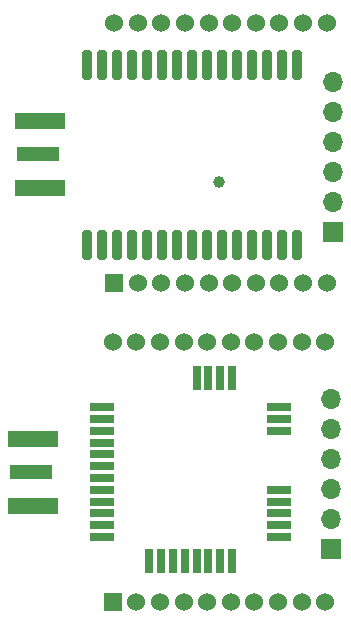
<source format=gbr>
%TF.GenerationSoftware,KiCad,Pcbnew,8.0.2*%
%TF.CreationDate,2025-09-09T09:28:48+02:00*%
%TF.ProjectId,e77,6537372e-6b69-4636-9164-5f7063625858,rev?*%
%TF.SameCoordinates,Original*%
%TF.FileFunction,Soldermask,Bot*%
%TF.FilePolarity,Negative*%
%FSLAX46Y46*%
G04 Gerber Fmt 4.6, Leading zero omitted, Abs format (unit mm)*
G04 Created by KiCad (PCBNEW 8.0.2) date 2025-09-09 09:28:48*
%MOMM*%
%LPD*%
G01*
G04 APERTURE LIST*
G04 Aperture macros list*
%AMRoundRect*
0 Rectangle with rounded corners*
0 $1 Rounding radius*
0 $2 $3 $4 $5 $6 $7 $8 $9 X,Y pos of 4 corners*
0 Add a 4 corners polygon primitive as box body*
4,1,4,$2,$3,$4,$5,$6,$7,$8,$9,$2,$3,0*
0 Add four circle primitives for the rounded corners*
1,1,$1+$1,$2,$3*
1,1,$1+$1,$4,$5*
1,1,$1+$1,$6,$7*
1,1,$1+$1,$8,$9*
0 Add four rect primitives between the rounded corners*
20,1,$1+$1,$2,$3,$4,$5,0*
20,1,$1+$1,$4,$5,$6,$7,0*
20,1,$1+$1,$6,$7,$8,$9,0*
20,1,$1+$1,$8,$9,$2,$3,0*%
G04 Aperture macros list end*
%ADD10R,1.700000X1.700000*%
%ADD11O,1.700000X1.700000*%
%ADD12R,1.524000X1.524000*%
%ADD13C,1.524000*%
%ADD14R,2.000000X0.700000*%
%ADD15R,0.700000X2.000000*%
%ADD16R,3.600000X1.270000*%
%ADD17R,4.200000X1.350000*%
%ADD18C,1.000000*%
%ADD19RoundRect,0.200000X0.200000X-1.050000X0.200000X1.050000X-0.200000X1.050000X-0.200000X-1.050000X0*%
G04 APERTURE END LIST*
D10*
%TO.C,J2*%
X134064000Y-85150200D03*
D11*
X134064000Y-82610200D03*
X134064000Y-80070200D03*
X134064000Y-77530200D03*
X134064000Y-74990200D03*
X134064000Y-72450200D03*
%TD*%
D12*
%TO.C,U2*%
X115400000Y-116500000D03*
D13*
X117400000Y-116500000D03*
X119400000Y-116500000D03*
X121400000Y-116500000D03*
X123400000Y-116500000D03*
X125400000Y-116500000D03*
X127400000Y-116500000D03*
X129400000Y-116500000D03*
X131400000Y-116500000D03*
X133400000Y-116500000D03*
X133400000Y-94500000D03*
X131400000Y-94500000D03*
X129400000Y-94500000D03*
X127400000Y-94500000D03*
X125400000Y-94500000D03*
X123400000Y-94500000D03*
X121400000Y-94500000D03*
X119400000Y-94500000D03*
X117400000Y-94500000D03*
X115400000Y-94500000D03*
%TD*%
D12*
%TO.C,U1*%
X115511600Y-89511600D03*
D13*
X117511600Y-89511600D03*
X119511600Y-89511600D03*
X121511600Y-89511600D03*
X123511600Y-89511600D03*
X125511600Y-89511600D03*
X127511600Y-89511600D03*
X129511600Y-89511600D03*
X131511600Y-89511600D03*
X133511600Y-89511600D03*
X133511600Y-67511600D03*
X131511600Y-67511600D03*
X129511600Y-67511600D03*
X127511600Y-67511600D03*
X125511600Y-67511600D03*
X123511600Y-67511600D03*
X121511600Y-67511600D03*
X119511600Y-67511600D03*
X117511600Y-67511600D03*
X115511600Y-67511600D03*
%TD*%
D10*
%TO.C,J1*%
X133908800Y-112000000D03*
D11*
X133908800Y-109460000D03*
X133908800Y-106920000D03*
X133908800Y-104380000D03*
X133908800Y-101840000D03*
X133908800Y-99300000D03*
%TD*%
D14*
%TO.C,U4*%
X114500000Y-111000000D03*
X114500000Y-110000000D03*
X114500000Y-109000000D03*
X114500000Y-108000000D03*
X114500000Y-107000000D03*
X114500000Y-106000000D03*
X114500000Y-105000000D03*
X114500000Y-104000000D03*
X114500000Y-103000000D03*
X114500000Y-102000000D03*
X114500000Y-101000000D03*
X114500000Y-100000000D03*
D15*
X122500000Y-97500000D03*
X123500000Y-97500000D03*
X124500000Y-97500000D03*
X125500000Y-97500000D03*
D14*
X129500000Y-100000000D03*
X129500000Y-101000000D03*
X129500000Y-102000000D03*
X129500000Y-107000000D03*
X129500000Y-108000000D03*
X129500000Y-109000000D03*
X129500000Y-110000000D03*
X129500000Y-111000000D03*
D15*
X125500000Y-113000000D03*
X124500000Y-113000000D03*
X123500000Y-113000000D03*
X122500000Y-113000000D03*
X121500000Y-113000000D03*
X120500000Y-113000000D03*
X119500000Y-113000000D03*
X118500000Y-113000000D03*
%TD*%
D16*
%TO.C,AE2*%
X108462500Y-105500000D03*
D17*
X108662500Y-108325000D03*
X108662500Y-102675000D03*
%TD*%
D16*
%TO.C,AE1*%
X109073600Y-78597000D03*
D17*
X109273600Y-81422000D03*
X109273600Y-75772000D03*
%TD*%
D18*
%TO.C,U3*%
X124411600Y-80921600D03*
D19*
X131001600Y-86226600D03*
X129731600Y-86226600D03*
X128461600Y-86226600D03*
X127191600Y-86226600D03*
X125921600Y-86226600D03*
X124651600Y-86226600D03*
X123381600Y-86226600D03*
X122111600Y-86226600D03*
X120841600Y-86226600D03*
X119571600Y-86226600D03*
X118301600Y-86226600D03*
X117031600Y-86226600D03*
X115761600Y-86226600D03*
X114491600Y-86226600D03*
X113221600Y-86226600D03*
X113221600Y-70986600D03*
X114491600Y-70986600D03*
X115761600Y-70986600D03*
X117031600Y-70986600D03*
X118301600Y-70986600D03*
X119571600Y-70986600D03*
X120841600Y-70986600D03*
X122111600Y-70986600D03*
X123381600Y-70986600D03*
X124651600Y-70986600D03*
X125921600Y-70986600D03*
X127191600Y-70986600D03*
X128461600Y-70986600D03*
X129731600Y-70986600D03*
X131001600Y-70986600D03*
%TD*%
M02*

</source>
